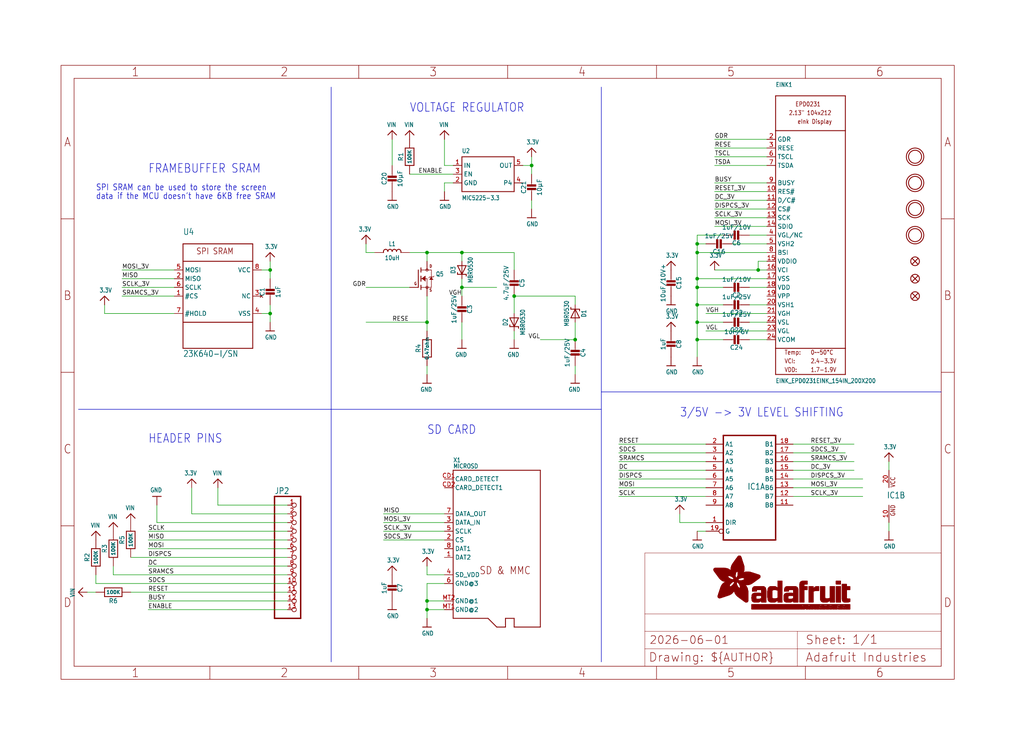
<source format=kicad_sch>
(kicad_sch (version 20230121) (generator eeschema)
  (paper "User" 298.45 217.322)
  (lib_symbols
    (symbol "working-eagle-import:3.3V" (power)
      (property "Value" "3.3V" (at -1.524 1.016 0))
      (symbol "3.3V_1_0"
        (pin power_in line (at 0 -2.54 90) (length 2.54) (name "3.3V") (number "1"))
      )
    )
    (symbol "working-eagle-import:74245TSSOP20"
      (property "Reference" "IC" (at -0.635 -0.635 0))
      (symbol "74245TSSOP20_1_0"
        (pin input line (at -12.7 -10.16 0) (length 5.08) (name "DIR") (number "1"))
        (pin bidirectional line (at 12.7 -5.08 180) (length 5.08) (name "B8") (number "11"))
        (pin bidirectional line (at 12.7 -2.54 180) (length 5.08) (name "B7") (number "12"))
        (pin bidirectional line (at 12.7 0 180) (length 5.08) (name "B6") (number "13"))
        (pin bidirectional line (at 12.7 2.54 180) (length 5.08) (name "B5") (number "14"))
        (pin bidirectional line (at 12.7 5.08 180) (length 5.08) (name "B4") (number "15"))
        (pin bidirectional line (at 12.7 7.62 180) (length 5.08) (name "B3") (number "16"))
        (pin bidirectional line (at 12.7 10.16 180) (length 5.08) (name "B2") (number "17"))
        (pin bidirectional line (at 12.7 12.7 180) (length 5.08) (name "B1") (number "18"))
        (pin input inverted (at -12.7 -12.7 0) (length 5.08) (name "G") (number "19"))
        (pin bidirectional line (at -12.7 12.7 0) (length 5.08) (name "A1") (number "2"))
        (pin bidirectional line (at -12.7 10.16 0) (length 5.08) (name "A2") (number "3"))
        (pin bidirectional line (at -12.7 7.62 0) (length 5.08) (name "A3") (number "4"))
        (pin bidirectional line (at -12.7 5.08 0) (length 5.08) (name "A4") (number "5"))
        (pin bidirectional line (at -12.7 2.54 0) (length 5.08) (name "A5") (number "6"))
        (pin bidirectional line (at -12.7 0 0) (length 5.08) (name "A6") (number "7"))
        (pin bidirectional line (at -12.7 -2.54 0) (length 5.08) (name "A7") (number "8"))
        (pin bidirectional line (at -12.7 -5.08 0) (length 5.08) (name "A8") (number "9"))
      )
      (symbol "74245TSSOP20_2_0"
        (text "GND" (at 1.905 -5.842 900) (effects (font (size 1.27 1.0795)) (justify left bottom)))
        (text "VCC" (at 1.905 2.54 900) (effects (font (size 1.27 1.0795)) (justify left bottom)))
        (pin power_in line (at 0 -7.62 90) (length 5.08) (name "GND") (number "10"))
        (pin power_in line (at 0 7.62 270) (length 5.08) (name "VCC") (number "20"))
      )
    )
    (symbol "working-eagle-import:CAP_CERAMIC0805-NOOUTLINE"
      (property "Reference" "C" (at -2.29 1.25 90))
      (symbol "CAP_CERAMIC0805-NOOUTLINE_1_0"
        (pin passive line (at 0 5.08 270) (length 2.54) (name "1") (number "1"))
        (pin passive line (at 0 -2.54 90) (length 2.54) (name "2") (number "2"))
      )
    )
    (symbol "working-eagle-import:CAP_CERAMIC0805_10MGAP"
      (property "Reference" "C" (at -2.29 1.25 90))
      (symbol "CAP_CERAMIC0805_10MGAP_1_0"
        (pin passive line (at 0 5.08 270) (length 2.54) (name "1") (number "1"))
        (pin passive line (at 0 -2.54 90) (length 2.54) (name "2") (number "2"))
      )
    )
    (symbol "working-eagle-import:DIODE-SCHOTTKYSOD-123"
      (property "Reference" "D" (at 0 2.54 0))
      (symbol "DIODE-SCHOTTKYSOD-123_1_0"
        (pin passive line (at -2.54 0 0) (length 2.54) (name "A") (number "A"))
        (pin passive line (at 2.54 0 180) (length 2.54) (name "C") (number "C"))
      )
    )
    (symbol "working-eagle-import:EINK_EPD0231EINK_154IN_200X200"
      (property "Reference" "EINK" (at -10.16 43.18 0))
      (symbol "EINK_EPD0231EINK_154IN_200X200_1_0"
        (text "0~~50°C" (at 0 -34.925 0) (effects (font (size 1.27 1.0795)) (justify left bottom)))
        (text "1.7-1.9V" (at 0 -40.005 0) (effects (font (size 1.27 1.0795)) (justify left bottom)))
        (text "2.13\" 104x212" (at -6.35 34.925 0) (effects (font (size 1.27 1.0795)) (justify left bottom)))
        (text "2.4-3.3V" (at 0 -37.465 0) (effects (font (size 1.27 1.0795)) (justify left bottom)))
        (text "eInk Display" (at -3.81 32.385 0) (effects (font (size 1.27 1.0795)) (justify left bottom)))
        (text "EPD0231" (at -4.445 37.465 0) (effects (font (size 1.27 1.0795)) (justify left bottom)))
        (text "Temp:" (at -7.62 -34.925 0) (effects (font (size 1.27 1.0795)) (justify left bottom)))
        (text "VCI:" (at -7.62 -37.465 0) (effects (font (size 1.27 1.0795)) (justify left bottom)))
        (text "VDD:" (at -7.62 -40.005 0) (effects (font (size 1.27 1.0795)) (justify left bottom)))
        (pin input line (at -12.7 12.7 0) (length 2.54) (name "RES#") (number "10"))
        (pin input line (at -12.7 10.16 0) (length 2.54) (name "D/C#") (number "11"))
        (pin input line (at -12.7 7.62 0) (length 2.54) (name "CS#") (number "12"))
        (pin bidirectional line (at -12.7 5.08 0) (length 2.54) (name "SCK") (number "13"))
        (pin bidirectional line (at -12.7 2.54 0) (length 2.54) (name "SDIO") (number "14"))
        (pin power_in line (at -12.7 -7.62 0) (length 2.54) (name "VDDIO") (number "15"))
        (pin power_in line (at -12.7 -10.16 0) (length 2.54) (name "VCI") (number "16"))
        (pin power_in line (at -12.7 -12.7 0) (length 2.54) (name "VSS") (number "17"))
        (pin passive line (at -12.7 -15.24 0) (length 2.54) (name "VDD") (number "18"))
        (pin passive line (at -12.7 -17.78 0) (length 2.54) (name "VPP") (number "19"))
        (pin output line (at -12.7 27.94 0) (length 2.54) (name "GDR") (number "2"))
        (pin passive line (at -12.7 -20.32 0) (length 2.54) (name "VSH1") (number "20"))
        (pin passive line (at -12.7 -22.86 0) (length 2.54) (name "VGH") (number "21"))
        (pin passive line (at -12.7 -25.4 0) (length 2.54) (name "VSL") (number "22"))
        (pin passive line (at -12.7 -27.94 0) (length 2.54) (name "VGL") (number "23"))
        (pin passive line (at -12.7 -30.48 0) (length 2.54) (name "VCOM") (number "24"))
        (pin input line (at -12.7 25.4 0) (length 2.54) (name "RESE") (number "3"))
        (pin bidirectional line (at -12.7 0 0) (length 2.54) (name "VGL/NC") (number "4"))
        (pin passive line (at -12.7 -2.54 0) (length 2.54) (name "VSH2") (number "5"))
        (pin output line (at -12.7 22.86 0) (length 2.54) (name "TSCL") (number "6"))
        (pin bidirectional line (at -12.7 20.32 0) (length 2.54) (name "TSDA") (number "7"))
        (pin input line (at -12.7 -5.08 0) (length 2.54) (name "BSI") (number "8"))
        (pin output line (at -12.7 15.24 0) (length 2.54) (name "BUSY") (number "9"))
      )
    )
    (symbol "working-eagle-import:FIDUCIAL_1MM")
    (symbol "working-eagle-import:FRAME_A4_ADAFRUIT"
      (symbol "FRAME_A4_ADAFRUIT_1_0"
        (text "${#}/${##}" (at 230.505 10.16 0) (effects (font (size 2.54 2.54)) (justify left bottom)))
        (text "${AUTHOR}" (at 189.23 5.08 0) (effects (font (size 2.286 2.286)) (justify left bottom)))
        (text "${CURRENT_DATE}" (at 171.45 10.16 0) (effects (font (size 2.286 2.286)) (justify left bottom)))
        (text "${PROJECTNAME}" (at 171.45 15.24 0) (effects (font (size 2.54 2.54)) (justify left bottom)))
        (text "1" (at 21.6958 1.905 0) (effects (font (size 2.54 2.286))))
        (text "1" (at 21.6958 177.165 0) (effects (font (size 2.54 2.286))))
        (text "2" (at 65.0875 1.905 0) (effects (font (size 2.54 2.286))))
        (text "2" (at 65.0875 177.165 0) (effects (font (size 2.54 2.286))))
        (text "3" (at 108.4792 1.905 0) (effects (font (size 2.54 2.286))))
        (text "3" (at 108.4792 177.165 0) (effects (font (size 2.54 2.286))))
        (text "4" (at 151.8708 1.905 0) (effects (font (size 2.54 2.286))))
        (text "4" (at 151.8708 177.165 0) (effects (font (size 2.54 2.286))))
        (text "5" (at 195.2625 1.905 0) (effects (font (size 2.54 2.286))))
        (text "5" (at 195.2625 177.165 0) (effects (font (size 2.54 2.286))))
        (text "6" (at 238.6542 1.905 0) (effects (font (size 2.54 2.286))))
        (text "6" (at 238.6542 177.165 0) (effects (font (size 2.54 2.286))))
        (text "A" (at 1.905 156.6863 0) (effects (font (size 2.54 2.286))))
        (text "A" (at 258.445 156.6863 0) (effects (font (size 2.54 2.286))))
        (text "Adafruit Industries" (at 216.916 4.953 0) (effects (font (size 2.54 2.54)) (justify left bottom)))
        (text "B" (at 1.905 111.9188 0) (effects (font (size 2.54 2.286))))
        (text "B" (at 258.445 111.9188 0) (effects (font (size 2.54 2.286))))
        (text "C" (at 1.905 67.1513 0) (effects (font (size 2.54 2.286))))
        (text "C" (at 258.445 67.1513 0) (effects (font (size 2.54 2.286))))
        (text "D" (at 1.905 22.3838 0) (effects (font (size 2.54 2.286))))
        (text "D" (at 258.445 22.3838 0) (effects (font (size 2.54 2.286))))
        (text "Drawing:" (at 171.196 4.953 0) (effects (font (size 2.54 2.54)) (justify left bottom)))
        (text "Sheet:" (at 216.916 10.033 0) (effects (font (size 2.54 2.54)) (justify left bottom)))
      )
    )
    (symbol "working-eagle-import:GND" (power)
      (property "Value" "GND" (at -1.524 -2.54 0))
      (symbol "GND_1_0"
        (pin power_in line (at 0 2.54 270) (length 2.54) (name "GND") (number "1"))
      )
    )
    (symbol "working-eagle-import:HEADER-1X13"
      (property "Reference" "JP" (at -6.35 18.415 0))
      (symbol "HEADER-1X13_1_0"
        (pin passive inverted (at -2.54 15.24 0) (length 2.54) (name "1") (number "1"))
        (pin passive inverted (at -2.54 -7.62 0) (length 2.54) (name "10") (number "10"))
        (pin passive inverted (at -2.54 -10.16 0) (length 2.54) (name "11") (number "11"))
        (pin passive inverted (at -2.54 -12.7 0) (length 2.54) (name "12") (number "12"))
        (pin passive inverted (at -2.54 -15.24 0) (length 2.54) (name "13") (number "13"))
        (pin passive inverted (at -2.54 12.7 0) (length 2.54) (name "2") (number "2"))
        (pin passive inverted (at -2.54 10.16 0) (length 2.54) (name "3") (number "3"))
        (pin passive inverted (at -2.54 7.62 0) (length 2.54) (name "4") (number "4"))
        (pin passive inverted (at -2.54 5.08 0) (length 2.54) (name "5") (number "5"))
        (pin passive inverted (at -2.54 2.54 0) (length 2.54) (name "6") (number "6"))
        (pin passive inverted (at -2.54 0 0) (length 2.54) (name "7") (number "7"))
        (pin passive inverted (at -2.54 -2.54 0) (length 2.54) (name "8") (number "8"))
        (pin passive inverted (at -2.54 -5.08 0) (length 2.54) (name "9") (number "9"))
      )
    )
    (symbol "working-eagle-import:INDUCTORNR401"
      (property "Reference" "L" (at 0 2.54 0))
      (symbol "INDUCTORNR401_1_0"
        (pin passive line (at -5.08 0 0) (length 2.54) (name "1") (number "P$1"))
        (pin passive line (at 5.08 0 180) (length 2.54) (name "2") (number "P$2"))
      )
    )
    (symbol "working-eagle-import:IRLML2060TRPBF"
      (property "Reference" "Q" (at 5.08 0.635 0))
      (symbol "IRLML2060TRPBF_1_0"
        (text "D" (at 3.175 3.175 0) (effects (font (size 0.8128 0.6908)) (justify left bottom)))
        (text "G" (at -1.27 -1.905 0) (effects (font (size 0.8128 0.6908)) (justify left bottom)))
        (text "S" (at 3.175 -3.81 0) (effects (font (size 0.8128 0.6908)) (justify left bottom)))
        (pin bidirectional line (at -2.54 -2.54 0) (length 2.54) (name "G") (number "1"))
        (pin bidirectional line (at 2.54 -5.08 90) (length 2.54) (name "S") (number "2"))
        (pin bidirectional line (at 2.54 5.08 270) (length 2.54) (name "D") (number "3"))
      )
    )
    (symbol "working-eagle-import:MICROSD"
      (property "Reference" "X" (at -12.7 22.606 0))
      (symbol "MICROSD_1_0"
        (text "SD & MMC" (at -5.08 -10.16 0) (effects (font (size 2.1844 1.8567)) (justify left bottom)))
        (pin bidirectional line (at -15.24 -5.08 0) (length 2.54) (name "DAT2") (number "1"))
        (pin input line (at -15.24 0 0) (length 2.54) (name "CS") (number "2"))
        (pin input line (at -15.24 5.08 0) (length 2.54) (name "DATA_IN") (number "3"))
        (pin power_in line (at -15.24 -10.16 0) (length 2.54) (name "SD_VDD") (number "4"))
        (pin input line (at -15.24 2.54 0) (length 2.54) (name "SCLK") (number "5"))
        (pin power_in line (at -15.24 -12.7 0) (length 2.54) (name "GND@3") (number "6"))
        (pin output line (at -15.24 7.62 0) (length 2.54) (name "DATA_OUT") (number "7"))
        (pin bidirectional line (at -15.24 -2.54 0) (length 2.54) (name "DAT1") (number "8"))
        (pin passive line (at -15.24 17.78 0) (length 2.54) (name "CARD_DETECT") (number "CD1"))
        (pin passive line (at -15.24 15.24 0) (length 2.54) (name "CARD_DETECT1") (number "CD2"))
        (pin power_in line (at -15.24 -20.32 0) (length 2.54) (name "GND@2") (number "MT1"))
        (pin power_in line (at -15.24 -17.78 0) (length 2.54) (name "GND@1") (number "MT2"))
      )
    )
    (symbol "working-eagle-import:MOUNTINGHOLE2.5")
    (symbol "working-eagle-import:RESISTOR0805_10MGAP"
      (property "Reference" "R" (at 0 2.54 0))
      (symbol "RESISTOR0805_10MGAP_1_0"
        (pin passive line (at -5.08 0 0) (length 2.54) (name "1") (number "1"))
        (pin passive line (at 5.08 0 180) (length 2.54) (name "2") (number "2"))
      )
    )
    (symbol "working-eagle-import:RESISTOR0805_NOOUTLINE"
      (property "Reference" "R" (at 0 2.54 0))
      (symbol "RESISTOR0805_NOOUTLINE_1_0"
        (pin passive line (at -5.08 0 0) (length 2.54) (name "1") (number "1"))
        (pin passive line (at 5.08 0 180) (length 2.54) (name "2") (number "2"))
      )
    )
    (symbol "working-eagle-import:SRAM_SPI_SOIC8"
      (property "Reference" "U" (at -10.16 17.78 0))
      (symbol "SRAM_SPI_SOIC8_1_0"
        (text "SPI SRAM" (at -6.35 12.065 0) (effects (font (size 1.778 1.5113)) (justify left bottom)))
        (pin input line (at -12.7 0 0) (length 2.54) (name "#CS") (number "1"))
        (pin output line (at -12.7 5.08 0) (length 2.54) (name "MISO") (number "2"))
        (pin no_connect line (at 12.7 0 180) (length 2.54) (name "NC") (number "3"))
        (pin power_in line (at 12.7 -5.08 180) (length 2.54) (name "VSS") (number "4"))
        (pin input line (at -12.7 7.62 0) (length 2.54) (name "MOSI") (number "5"))
        (pin input line (at -12.7 2.54 0) (length 2.54) (name "SCLK") (number "6"))
        (pin input line (at -12.7 -5.08 0) (length 2.54) (name "#HOLD") (number "7"))
        (pin power_in line (at 12.7 7.62 180) (length 2.54) (name "VCC") (number "8"))
      )
    )
    (symbol "working-eagle-import:VIN" (power)
      (property "Value" "VIN" (at -1.524 1.016 0))
      (symbol "VIN_1_0"
        (pin power_in line (at 0 -2.54 90) (length 2.54) (name "VIN") (number "1"))
      )
    )
    (symbol "working-eagle-import:VREG_SOT23-5"
      (property "Reference" "U" (at -7.62 6.096 0))
      (symbol "VREG_SOT23-5_1_0"
        (pin power_in line (at -10.16 2.54 0) (length 2.54) (name "IN") (number "1"))
        (pin power_in line (at -10.16 -2.54 0) (length 2.54) (name "GND") (number "2"))
        (pin input line (at -10.16 0 0) (length 2.54) (name "EN") (number "3"))
        (pin bidirectional line (at 10.16 -2.54 180) (length 2.54) (name "P4") (number "4"))
        (pin power_in line (at 10.16 2.54 180) (length 2.54) (name "OUT") (number "5"))
      )
    )
  )
  (junction (at 124.46 177.8))
  (junction (at 134.62 83.82))
  (junction (at 203.2 99.06))
  (junction (at 124.46 73.66))
  (junction (at 203.2 81.28))
  (junction (at 134.62 73.66))
  (junction (at 203.2 88.9))
  (junction (at 78.74 78.74))
  (junction (at 154.94 48.26))
  (junction (at 78.74 91.44))
  (junction (at 203.2 71.12))
  (junction (at 203.2 93.98))
  (junction (at 167.64 99.06))
  (junction (at 220.98 78.74))
  (junction (at 203.2 73.66))
  (junction (at 203.2 83.82))
  (junction (at 124.46 175.26))
  (junction (at 124.46 93.98))
  (junction (at 149.86 86.36))
  (wire (pts (xy 210.82 68.58) (xy 203.2 68.58)) (stroke (width 0.1524)))
  (wire (pts (xy 223.52 53.34) (xy 208.28 53.34)) (stroke (width 0.1524)))
  (wire (pts (xy 203.2 81.28) (xy 203.2 73.66)) (stroke (width 0.1524)))
  (wire (pts (xy 124.46 167.64) (xy 124.46 165.1)) (stroke (width 0.1524)))
  (wire (pts (xy 132.08 48.26) (xy 129.54 48.26)) (stroke (width 0.1524)))
  (wire (pts (xy 259.08 154.94) (xy 259.08 152.4)) (stroke (width 0.1524)))
  (wire (pts (xy 129.54 48.26) (xy 129.54 40.64)) (stroke (width 0.1524)))
  (polyline (pts (xy 96.52 119.38) (xy 96.52 193.04)) (stroke (width 0.1524) (type solid)))
  (wire (pts (xy 76.2 91.44) (xy 78.74 91.44)) (stroke (width 0.1524)))
  (wire (pts (xy 83.82 162.56) (xy 38.1 162.56)) (stroke (width 0.1524)))
  (wire (pts (xy 45.72 152.4) (xy 83.82 152.4)) (stroke (width 0.1524)))
  (wire (pts (xy 220.98 76.2) (xy 220.98 78.74)) (stroke (width 0.1524)))
  (wire (pts (xy 223.52 71.12) (xy 213.36 71.12)) (stroke (width 0.1524)))
  (wire (pts (xy 132.08 50.8) (xy 119.38 50.8)) (stroke (width 0.1524)))
  (wire (pts (xy 167.64 88.9) (xy 167.64 86.36)) (stroke (width 0.1524)))
  (wire (pts (xy 205.74 137.16) (xy 180.34 137.16)) (stroke (width 0.1524)))
  (wire (pts (xy 203.2 93.98) (xy 203.2 88.9)) (stroke (width 0.1524)))
  (wire (pts (xy 129.54 149.86) (xy 111.76 149.86)) (stroke (width 0.1524)))
  (wire (pts (xy 83.82 154.94) (xy 43.18 154.94)) (stroke (width 0.1524)))
  (wire (pts (xy 129.54 175.26) (xy 124.46 175.26)) (stroke (width 0.1524)))
  (wire (pts (xy 124.46 109.22) (xy 124.46 106.68)) (stroke (width 0.1524)))
  (wire (pts (xy 203.2 73.66) (xy 203.2 71.12)) (stroke (width 0.1524)))
  (wire (pts (xy 83.82 170.18) (xy 27.94 170.18)) (stroke (width 0.1524)))
  (wire (pts (xy 259.08 134.62) (xy 259.08 137.16)) (stroke (width 0.1524)))
  (wire (pts (xy 218.44 93.98) (xy 223.52 93.98)) (stroke (width 0.1524)))
  (wire (pts (xy 63.5 147.32) (xy 83.82 147.32)) (stroke (width 0.1524)))
  (wire (pts (xy 167.64 86.36) (xy 149.86 86.36)) (stroke (width 0.1524)))
  (wire (pts (xy 223.52 81.28) (xy 203.2 81.28)) (stroke (width 0.1524)))
  (wire (pts (xy 78.74 78.74) (xy 78.74 76.2)) (stroke (width 0.1524)))
  (wire (pts (xy 124.46 96.52) (xy 124.46 93.98)) (stroke (width 0.1524)))
  (wire (pts (xy 223.52 66.04) (xy 208.28 66.04)) (stroke (width 0.1524)))
  (wire (pts (xy 231.14 139.7) (xy 251.46 139.7)) (stroke (width 0.1524)))
  (wire (pts (xy 210.82 93.98) (xy 203.2 93.98)) (stroke (width 0.1524)))
  (wire (pts (xy 220.98 78.74) (xy 223.52 78.74)) (stroke (width 0.1524)))
  (wire (pts (xy 134.62 86.36) (xy 134.62 83.82)) (stroke (width 0.1524)))
  (wire (pts (xy 208.28 43.18) (xy 223.52 43.18)) (stroke (width 0.1524)))
  (wire (pts (xy 78.74 78.74) (xy 78.74 81.28)) (stroke (width 0.1524)))
  (wire (pts (xy 203.2 154.94) (xy 205.74 154.94)) (stroke (width 0.1524)))
  (wire (pts (xy 208.28 48.26) (xy 223.52 48.26)) (stroke (width 0.1524)))
  (wire (pts (xy 144.78 83.82) (xy 134.62 83.82)) (stroke (width 0.1524)))
  (wire (pts (xy 203.2 68.58) (xy 203.2 71.12)) (stroke (width 0.1524)))
  (wire (pts (xy 223.52 96.52) (xy 205.74 96.52)) (stroke (width 0.1524)))
  (wire (pts (xy 223.52 91.44) (xy 205.74 91.44)) (stroke (width 0.1524)))
  (wire (pts (xy 231.14 129.54) (xy 248.92 129.54)) (stroke (width 0.1524)))
  (wire (pts (xy 210.82 99.06) (xy 203.2 99.06)) (stroke (width 0.1524)))
  (wire (pts (xy 208.28 63.5) (xy 223.52 63.5)) (stroke (width 0.1524)))
  (wire (pts (xy 33.02 167.64) (xy 33.02 165.1)) (stroke (width 0.1524)))
  (wire (pts (xy 208.28 60.96) (xy 223.52 60.96)) (stroke (width 0.1524)))
  (wire (pts (xy 129.54 53.34) (xy 129.54 55.88)) (stroke (width 0.1524)))
  (wire (pts (xy 124.46 76.2) (xy 124.46 73.66)) (stroke (width 0.1524)))
  (wire (pts (xy 124.46 177.8) (xy 124.46 180.34)) (stroke (width 0.1524)))
  (wire (pts (xy 83.82 160.02) (xy 43.18 160.02)) (stroke (width 0.1524)))
  (wire (pts (xy 63.5 147.32) (xy 63.5 142.24)) (stroke (width 0.1524)))
  (wire (pts (xy 134.62 81.28) (xy 134.62 83.82)) (stroke (width 0.1524)))
  (wire (pts (xy 223.52 40.64) (xy 208.28 40.64)) (stroke (width 0.1524)))
  (wire (pts (xy 149.86 73.66) (xy 149.86 78.74)) (stroke (width 0.1524)))
  (wire (pts (xy 223.52 58.42) (xy 208.28 58.42)) (stroke (width 0.1524)))
  (wire (pts (xy 78.74 88.9) (xy 78.74 91.44)) (stroke (width 0.1524)))
  (wire (pts (xy 50.8 81.28) (xy 35.56 81.28)) (stroke (width 0.1524)))
  (wire (pts (xy 78.74 91.44) (xy 78.74 93.98)) (stroke (width 0.1524)))
  (wire (pts (xy 205.74 129.54) (xy 180.34 129.54)) (stroke (width 0.1524)))
  (wire (pts (xy 106.68 83.82) (xy 119.38 83.82)) (stroke (width 0.1524)))
  (wire (pts (xy 203.2 88.9) (xy 203.2 83.82)) (stroke (width 0.1524)))
  (wire (pts (xy 218.44 88.9) (xy 223.52 88.9)) (stroke (width 0.1524)))
  (wire (pts (xy 124.46 73.66) (xy 134.62 73.66)) (stroke (width 0.1524)))
  (wire (pts (xy 210.82 88.9) (xy 203.2 88.9)) (stroke (width 0.1524)))
  (wire (pts (xy 149.86 96.52) (xy 149.86 99.06)) (stroke (width 0.1524)))
  (wire (pts (xy 157.48 99.06) (xy 167.64 99.06)) (stroke (width 0.1524)))
  (wire (pts (xy 124.46 93.98) (xy 106.68 93.98)) (stroke (width 0.1524)))
  (polyline (pts (xy 175.26 119.38) (xy 175.26 193.04)) (stroke (width 0.1524) (type solid)))
  (wire (pts (xy 223.52 76.2) (xy 220.98 76.2)) (stroke (width 0.1524)))
  (wire (pts (xy 30.48 91.44) (xy 30.48 88.9)) (stroke (width 0.1524)))
  (wire (pts (xy 205.74 142.24) (xy 180.34 142.24)) (stroke (width 0.1524)))
  (wire (pts (xy 129.54 157.48) (xy 111.76 157.48)) (stroke (width 0.1524)))
  (wire (pts (xy 149.86 91.44) (xy 149.86 86.36)) (stroke (width 0.1524)))
  (wire (pts (xy 205.74 134.62) (xy 180.34 134.62)) (stroke (width 0.1524)))
  (wire (pts (xy 111.76 154.94) (xy 129.54 154.94)) (stroke (width 0.1524)))
  (wire (pts (xy 134.62 93.98) (xy 134.62 99.06)) (stroke (width 0.1524)))
  (wire (pts (xy 220.98 78.74) (xy 208.28 78.74)) (stroke (width 0.1524)))
  (wire (pts (xy 124.46 170.18) (xy 124.46 175.26)) (stroke (width 0.1524)))
  (wire (pts (xy 43.18 175.26) (xy 83.82 175.26)) (stroke (width 0.1524)))
  (wire (pts (xy 27.94 172.72) (xy 25.4 172.72)) (stroke (width 0.1524)))
  (wire (pts (xy 231.14 144.78) (xy 251.46 144.78)) (stroke (width 0.1524)))
  (wire (pts (xy 134.62 73.66) (xy 134.62 76.2)) (stroke (width 0.1524)))
  (wire (pts (xy 203.2 104.14) (xy 203.2 99.06)) (stroke (width 0.1524)))
  (wire (pts (xy 223.52 68.58) (xy 218.44 68.58)) (stroke (width 0.1524)))
  (wire (pts (xy 231.14 137.16) (xy 248.92 137.16)) (stroke (width 0.1524)))
  (wire (pts (xy 50.8 91.44) (xy 30.48 91.44)) (stroke (width 0.1524)))
  (wire (pts (xy 45.72 147.32) (xy 45.72 152.4)) (stroke (width 0.1524)))
  (wire (pts (xy 129.54 167.64) (xy 124.46 167.64)) (stroke (width 0.1524)))
  (wire (pts (xy 83.82 167.64) (xy 33.02 167.64)) (stroke (width 0.1524)))
  (wire (pts (xy 231.14 134.62) (xy 248.92 134.62)) (stroke (width 0.1524)))
  (wire (pts (xy 154.94 48.26) (xy 154.94 45.72)) (stroke (width 0.1524)))
  (wire (pts (xy 152.4 48.26) (xy 154.94 48.26)) (stroke (width 0.1524)))
  (wire (pts (xy 203.2 71.12) (xy 205.74 71.12)) (stroke (width 0.1524)))
  (wire (pts (xy 35.56 86.36) (xy 50.8 86.36)) (stroke (width 0.1524)))
  (wire (pts (xy 106.68 71.12) (xy 106.68 73.66)) (stroke (width 0.1524)))
  (wire (pts (xy 180.34 139.7) (xy 205.74 139.7)) (stroke (width 0.1524)))
  (wire (pts (xy 132.08 53.34) (xy 129.54 53.34)) (stroke (width 0.1524)))
  (wire (pts (xy 35.56 83.82) (xy 50.8 83.82)) (stroke (width 0.1524)))
  (wire (pts (xy 134.62 73.66) (xy 149.86 73.66)) (stroke (width 0.1524)))
  (wire (pts (xy 223.52 73.66) (xy 203.2 73.66)) (stroke (width 0.1524)))
  (wire (pts (xy 83.82 149.86) (xy 55.88 149.86)) (stroke (width 0.1524)))
  (wire (pts (xy 35.56 78.74) (xy 50.8 78.74)) (stroke (width 0.1524)))
  (polyline (pts (xy 175.26 114.3) (xy 274.32 114.3)) (stroke (width 0.1524) (type solid)))
  (wire (pts (xy 27.94 170.18) (xy 27.94 167.64)) (stroke (width 0.1524)))
  (wire (pts (xy 124.46 86.36) (xy 124.46 93.98)) (stroke (width 0.1524)))
  (wire (pts (xy 231.14 132.08) (xy 246.38 132.08)) (stroke (width 0.1524)))
  (wire (pts (xy 111.76 152.4) (xy 129.54 152.4)) (stroke (width 0.1524)))
  (wire (pts (xy 203.2 99.06) (xy 203.2 93.98)) (stroke (width 0.1524)))
  (wire (pts (xy 114.3 40.64) (xy 114.3 48.26)) (stroke (width 0.1524)))
  (wire (pts (xy 208.28 55.88) (xy 223.52 55.88)) (stroke (width 0.1524)))
  (wire (pts (xy 55.88 149.86) (xy 55.88 142.24)) (stroke (width 0.1524)))
  (polyline (pts (xy 96.52 119.38) (xy 175.26 119.38)) (stroke (width 0.1524) (type solid)))
  (polyline (pts (xy 175.26 25.4) (xy 175.26 114.3)) (stroke (width 0.1524) (type solid)))
  (wire (pts (xy 208.28 45.72) (xy 223.52 45.72)) (stroke (width 0.1524)))
  (wire (pts (xy 205.74 132.08) (xy 180.34 132.08)) (stroke (width 0.1524)))
  (polyline (pts (xy 175.26 114.3) (xy 175.26 119.38)) (stroke (width 0.1524) (type solid)))
  (wire (pts (xy 124.46 175.26) (xy 124.46 177.8)) (stroke (width 0.1524)))
  (wire (pts (xy 198.12 152.4) (xy 198.12 149.86)) (stroke (width 0.1524)))
  (wire (pts (xy 231.14 142.24) (xy 251.46 142.24)) (stroke (width 0.1524)))
  (wire (pts (xy 223.52 83.82) (xy 218.44 83.82)) (stroke (width 0.1524)))
  (wire (pts (xy 218.44 99.06) (xy 223.52 99.06)) (stroke (width 0.1524)))
  (wire (pts (xy 124.46 73.66) (xy 119.38 73.66)) (stroke (width 0.1524)))
  (polyline (pts (xy 96.52 25.4) (xy 96.52 119.38)) (stroke (width 0.1524) (type solid)))
  (wire (pts (xy 83.82 177.8) (xy 43.18 177.8)) (stroke (width 0.1524)))
  (wire (pts (xy 167.64 99.06) (xy 167.64 93.98)) (stroke (width 0.1524)))
  (wire (pts (xy 205.74 152.4) (xy 198.12 152.4)) (stroke (width 0.1524)))
  (wire (pts (xy 180.34 144.78) (xy 205.74 144.78)) (stroke (width 0.1524)))
  (wire (pts (xy 43.18 165.1) (xy 83.82 165.1)) (stroke (width 0.1524)))
  (wire (pts (xy 129.54 177.8) (xy 124.46 177.8)) (stroke (width 0.1524)))
  (wire (pts (xy 38.1 172.72) (xy 83.82 172.72)) (stroke (width 0.1524)))
  (wire (pts (xy 106.68 73.66) (xy 109.22 73.66)) (stroke (width 0.1524)))
  (wire (pts (xy 76.2 78.74) (xy 78.74 78.74)) (stroke (width 0.1524)))
  (wire (pts (xy 203.2 83.82) (xy 203.2 81.28)) (stroke (width 0.1524)))
  (wire (pts (xy 83.82 157.48) (xy 43.18 157.48)) (stroke (width 0.1524)))
  (wire (pts (xy 129.54 170.18) (xy 124.46 170.18)) (stroke (width 0.1524)))
  (wire (pts (xy 154.94 58.42) (xy 154.94 60.96)) (stroke (width 0.1524)))
  (wire (pts (xy 210.82 83.82) (xy 203.2 83.82)) (stroke (width 0.1524)))
  (polyline (pts (xy 22.86 119.38) (xy 96.52 119.38)) (stroke (width 0.1524) (type solid)))
  (wire (pts (xy 167.64 109.22) (xy 167.64 106.68)) (stroke (width 0.1524)))
  (wire (pts (xy 154.94 48.26) (xy 154.94 50.8)) (stroke (width 0.1524)))
  (text "SD CARD" (at 124.46 127 0) (effects (font (size 2.54 2.159)) (justify left bottom)))
  (text "3/5V -> 3V LEVEL SHIFTING" (at 198.12 121.92 0) (effects (font (size 2.54 2.159)) (justify left bottom)))
  (text "data if the MCU doesn't have 6KB free SRAM" (at 27.94 58.42 0) (effects (font (size 1.778 1.5113)) (justify left bottom)))
  (text "VOLTAGE REGULATOR" (at 119.38 33.02 0) (effects (font (size 2.54 2.159)) (justify left bottom)))
  (text "SPI SRAM can be used to store the screen" (at 27.94 55.88 0) (effects (font (size 1.778 1.5113)) (justify left bottom)))
  (text "FRAMEBUFFER SRAM" (at 43.18 50.8 0) (effects (font (size 2.54 2.159)) (justify left bottom)))
  (text "HEADER PINS" (at 43.18 129.54 0) (effects (font (size 2.54 2.159)) (justify left bottom)))
  (label "DC_3V" (at 208.28 58.42 0) (effects (font (size 1.2446 1.2446))))
  (label "DISPCS_3V" (at 236.22 139.7 0) (effects (font (size 1.2446 1.2446))))
  (label "RESET" (at 43.18 172.72 0) (effects (font (size 1.2446 1.2446))))
  (label "TSCL" (at 208.28 45.72 0) (effects (font (size 1.2446 1.2446))))
  (label "MOSI" (at 43.18 160.02 0) (effects (font (size 1.2446 1.2446))))
  (label "MOSI_3V" (at 208.28 66.04 0) (effects (font (size 1.2446 1.2446))))
  (label "SCLK_3V" (at 35.56 83.82 0) (effects (font (size 1.2446 1.2446))))
  (label "RESET_3V" (at 208.28 55.88 0) (effects (font (size 1.2446 1.2446))))
  (label "VGL" (at 205.74 96.52 0) (effects (font (size 1.2446 1.2446))))
  (label "ENABLE" (at 121.92 50.8 0) (effects (font (size 1.2446 1.2446))))
  (label "BUSY" (at 208.28 53.34 0) (effects (font (size 1.2446 1.2446))))
  (label "VGH" (at 205.74 91.44 0) (effects (font (size 1.2446 1.2446))))
  (label "SRAMCS" (at 180.34 134.62 0) (effects (font (size 1.2446 1.2446))))
  (label "RESET" (at 180.34 129.54 0) (effects (font (size 1.2446 1.2446))))
  (label "RESE" (at 114.3 93.98 0) (effects (font (size 1.2446 1.2446))))
  (label "RESET_3V" (at 236.22 129.54 0) (effects (font (size 1.2446 1.2446))))
  (label "VGH" (at 134.62 86.36 180) (effects (font (size 1.2446 1.2446))))
  (label "SRAMCS_3V" (at 35.56 86.36 0) (effects (font (size 1.2446 1.2446))))
  (label "SCLK_3V" (at 236.22 144.78 0) (effects (font (size 1.2446 1.2446))))
  (label "TSDA" (at 208.28 48.26 0) (effects (font (size 1.2446 1.2446))))
  (label "SDCS" (at 43.18 170.18 0) (effects (font (size 1.2446 1.2446))))
  (label "SRAMCS_3V" (at 236.22 134.62 0) (effects (font (size 1.2446 1.2446))))
  (label "MOSI_3V" (at 111.76 152.4 0) (effects (font (size 1.2446 1.2446))))
  (label "GDR" (at 208.28 40.64 0) (effects (font (size 1.2446 1.2446))))
  (label "SDCS_3V" (at 111.76 157.48 0) (effects (font (size 1.2446 1.2446))))
  (label "ENABLE" (at 43.18 177.8 0) (effects (font (size 1.2446 1.2446))))
  (label "SDCS" (at 180.34 132.08 0) (effects (font (size 1.2446 1.2446))))
  (label "DC" (at 180.34 137.16 0) (effects (font (size 1.2446 1.2446))))
  (label "RESE" (at 208.28 43.18 0) (effects (font (size 1.2446 1.2446))))
  (label "MOSI" (at 180.34 142.24 0) (effects (font (size 1.2446 1.2446))))
  (label "MOSI_3V" (at 35.56 78.74 0) (effects (font (size 1.2446 1.2446))))
  (label "GDR" (at 106.68 83.82 180) (effects (font (size 1.2446 1.2446))))
  (label "DISPCS_3V" (at 208.28 60.96 0) (effects (font (size 1.2446 1.2446))))
  (label "MISO" (at 111.76 149.86 0) (effects (font (size 1.2446 1.2446))))
  (label "DISPCS" (at 180.34 139.7 0) (effects (font (size 1.2446 1.2446))))
  (label "MISO" (at 35.56 81.28 0) (effects (font (size 1.2446 1.2446))))
  (label "MISO" (at 43.18 157.48 0) (effects (font (size 1.2446 1.2446))))
  (label "SCLK_3V" (at 111.76 154.94 0) (effects (font (size 1.2446 1.2446))))
  (label "SRAMCS" (at 43.18 167.64 0) (effects (font (size 1.2446 1.2446))))
  (label "VGL" (at 157.48 99.06 180) (effects (font (size 1.2446 1.2446))))
  (label "BUSY" (at 43.18 175.26 0) (effects (font (size 1.2446 1.2446))))
  (label "MOSI_3V" (at 236.22 142.24 0) (effects (font (size 1.2446 1.2446))))
  (label "SCLK" (at 180.34 144.78 0) (effects (font (size 1.2446 1.2446))))
  (label "SCLK" (at 43.18 154.94 0) (effects (font (size 1.2446 1.2446))))
  (label "DC_3V" (at 236.22 137.16 0) (effects (font (size 1.2446 1.2446))))
  (label "SDCS_3V" (at 236.22 132.08 0) (effects (font (size 1.2446 1.2446))))
  (label "DC" (at 43.18 165.1 0) (effects (font (size 1.2446 1.2446))))
  (label "DISPCS" (at 43.18 162.56 0) (effects (font (size 1.2446 1.2446))))
  (label "SCLK_3V" (at 208.28 63.5 0) (effects (font (size 1.2446 1.2446))))
  (symbol (lib_id "working-eagle-import:3.3V") (at 30.48 86.36 0) (unit 1)
    (property "Reference" "#U$26" (effects hide))
    (property "Value" "3.3V" (at 28.956 85.344 0) (effects (font (size 1.27 1.0795)) (justify left bottom)))
  )
  (symbol (lib_id "working-eagle-import:MICROSD") (at 144.78 157.48 0) (unit 1)
    (property "Reference" "X1" (at 132.08 134.874 0) (effects (font (size 1.27 1.0795)) (justify left bottom)))
    (property "Value" "MICROSD" (at 132.08 136.652 0) (effects (font (size 1.27 1.0795)) (justify left bottom)))
    (property "Footprint" "working:MICROSD" (effects hide))
  )
  (symbol (lib_id "working-eagle-import:CAP_CERAMIC0805-NOOUTLINE") (at 215.9 68.58 90) (unit 1)
    (property "Reference" "C6" (at 214.65 70.87 90))
    (property "Value" "1uF/10V" (at 214.65 66.28 90))
    (property "Footprint" "working:0805-NO" (effects hide))
  )
  (symbol (lib_id "working-eagle-import:FIDUCIAL_1MM") (at 266.7 81.28 90) (unit 1)
    (property "Reference" "FID1" (effects hide))
    (property "Value" "FIDUCIAL_1MM" (effects hide))
    (property "Footprint" "working:FIDUCIAL_1MM" (effects hide))
  )
  (symbol (lib_id "working-eagle-import:VIN") (at 33.02 152.4 0) (unit 1)
    (property "Reference" "#U$34" (effects hide))
    (property "Value" "VIN" (at 31.496 151.384 0) (effects (font (size 1.27 1.0795)) (justify left bottom)))
  )
  (symbol (lib_id "working-eagle-import:SRAM_SPI_SOIC8") (at 63.5 86.36 0) (unit 1)
    (property "Reference" "U4" (at 53.34 68.58 0) (effects (font (size 1.778 1.5113)) (justify left bottom)))
    (property "Value" "23K640-I/SN" (at 53.34 104.14 0) (effects (font (size 1.778 1.5113)) (justify left bottom)))
    (property "Footprint" "working:SOIC8_150MIL" (effects hide))
  )
  (symbol (lib_id "working-eagle-import:VIN") (at 63.5 139.7 0) (unit 1)
    (property "Reference" "#U$8" (effects hide))
    (property "Value" "VIN" (at 61.976 138.684 0) (effects (font (size 1.27 1.0795)) (justify left bottom)))
  )
  (symbol (lib_id "working-eagle-import:CAP_CERAMIC0805-NOOUTLINE") (at 195.58 81.28 180) (unit 1)
    (property "Reference" "C15" (at 197.87 82.53 90))
    (property "Value" "10uF/10V+" (at 193.28 82.53 90))
    (property "Footprint" "working:0805-NO" (effects hide))
  )
  (symbol (lib_id "working-eagle-import:3.3V") (at 208.28 76.2 0) (unit 1)
    (property "Reference" "#U$36" (effects hide))
    (property "Value" "3.3V" (at 206.756 75.184 0) (effects (font (size 1.27 1.0795)) (justify left bottom)))
  )
  (symbol (lib_id "working-eagle-import:MOUNTINGHOLE2.5") (at 266.7 60.96 90) (unit 1)
    (property "Reference" "U$5" (effects hide))
    (property "Value" "MOUNTINGHOLE2.5" (effects hide))
    (property "Footprint" "working:MOUNTINGHOLE_2.5_PLATED" (effects hide))
  )
  (symbol (lib_id "working-eagle-import:RESISTOR0805_10MGAP") (at 124.46 101.6 90) (mirror x) (unit 1)
    (property "Reference" "R4" (at 121.92 101.6 0))
    (property "Value" "0.47ohm" (at 124.46 101.6 0) (effects (font (size 1.016 1.016) bold)))
    (property "Footprint" "working:0805_10MGAP" (effects hide))
  )
  (symbol (lib_id "working-eagle-import:GND") (at 154.94 63.5 0) (unit 1)
    (property "Reference" "#U$23" (effects hide))
    (property "Value" "GND" (at 153.416 66.04 0) (effects (font (size 1.27 1.0795)) (justify left bottom)))
  )
  (symbol (lib_id "working-eagle-import:74245TSSOP20") (at 259.08 144.78 0) (unit 2)
    (property "Reference" "IC1" (at 258.445 145.415 0) (effects (font (size 1.778 1.5113)) (justify left bottom)))
    (property "Value" "74245TSSOP20" (effects hide))
    (property "Footprint" "working:TSSOP20" (effects hide))
  )
  (symbol (lib_id "working-eagle-import:RESISTOR0805_NOOUTLINE") (at 33.02 172.72 180) (unit 1)
    (property "Reference" "R6" (at 33.02 175.26 0))
    (property "Value" "100K" (at 33.02 172.72 0) (effects (font (size 1.016 1.016) bold)))
    (property "Footprint" "working:0805-NO" (effects hide))
  )
  (symbol (lib_id "working-eagle-import:3.3V") (at 114.3 165.1 0) (unit 1)
    (property "Reference" "#U$40" (effects hide))
    (property "Value" "3.3V" (at 112.776 164.084 0) (effects (font (size 1.27 1.0795)) (justify left bottom)))
  )
  (symbol (lib_id "working-eagle-import:MOUNTINGHOLE2.5") (at 266.7 68.58 90) (unit 1)
    (property "Reference" "U$6" (effects hide))
    (property "Value" "MOUNTINGHOLE2.5" (effects hide))
    (property "Footprint" "working:MOUNTINGHOLE_2.5_PLATED" (effects hide))
  )
  (symbol (lib_id "working-eagle-import:DIODE-SCHOTTKYSOD-123") (at 134.62 78.74 90) (mirror x) (unit 1)
    (property "Reference" "D3" (at 132.08 78.74 0) (effects (font (size 1.27 1.0795))))
    (property "Value" "MBR0530" (at 137.12 78.74 0) (effects (font (size 1.27 1.0795))))
    (property "Footprint" "working:SOD-123" (effects hide))
  )
  (symbol (lib_id "working-eagle-import:GND") (at 78.74 96.52 0) (unit 1)
    (property "Reference" "#U$25" (effects hide))
    (property "Value" "GND" (at 77.216 99.06 0) (effects (font (size 1.27 1.0795)) (justify left bottom)))
  )
  (symbol (lib_id "working-eagle-import:CAP_CERAMIC0805-NOOUTLINE") (at 134.62 91.44 0) (mirror y) (unit 1)
    (property "Reference" "C3" (at 136.91 90.19 90))
    (property "Value" "1uF/25V" (at 132.32 90.19 90))
    (property "Footprint" "working:0805-NO" (effects hide))
  )
  (symbol (lib_id "working-eagle-import:GND") (at 124.46 111.76 0) (mirror y) (unit 1)
    (property "Reference" "#U$10" (effects hide))
    (property "Value" "GND" (at 125.984 114.3 0) (effects (font (size 1.27 1.0795)) (justify left bottom)))
  )
  (symbol (lib_id "working-eagle-import:VIN") (at 38.1 149.86 0) (unit 1)
    (property "Reference" "#U$18" (effects hide))
    (property "Value" "VIN" (at 36.576 148.844 0) (effects (font (size 1.27 1.0795)) (justify left bottom)))
  )
  (symbol (lib_id "working-eagle-import:3.3V") (at 154.94 43.18 0) (unit 1)
    (property "Reference" "#U$20" (effects hide))
    (property "Value" "3.3V" (at 153.416 42.164 0) (effects (font (size 1.27 1.0795)) (justify left bottom)))
  )
  (symbol (lib_id "working-eagle-import:CAP_CERAMIC0805-NOOUTLINE") (at 215.9 83.82 90) (unit 1)
    (property "Reference" "C2" (at 214.65 86.11 90))
    (property "Value" "1uF/10V" (at 214.65 81.52 90))
    (property "Footprint" "working:0805-NO" (effects hide))
  )
  (symbol (lib_id "working-eagle-import:GND") (at 129.54 58.42 0) (unit 1)
    (property "Reference" "#U$22" (effects hide))
    (property "Value" "GND" (at 128.016 60.96 0) (effects (font (size 1.27 1.0795)) (justify left bottom)))
  )
  (symbol (lib_id "working-eagle-import:VIN") (at 22.86 172.72 90) (unit 1)
    (property "Reference" "#U$19" (effects hide))
    (property "Value" "VIN" (at 21.844 174.244 0) (effects (font (size 1.27 1.0795)) (justify left bottom)))
  )
  (symbol (lib_id "working-eagle-import:3.3V") (at 259.08 132.08 0) (unit 1)
    (property "Reference" "#U$2" (effects hide))
    (property "Value" "3.3V" (at 257.556 131.064 0) (effects (font (size 1.27 1.0795)) (justify left bottom)))
  )
  (symbol (lib_id "working-eagle-import:RESISTOR0805_NOOUTLINE") (at 38.1 157.48 90) (unit 1)
    (property "Reference" "R5" (at 35.56 157.48 0))
    (property "Value" "100K" (at 38.1 157.48 0) (effects (font (size 1.016 1.016) bold)))
    (property "Footprint" "working:0805-NO" (effects hide))
  )
  (symbol (lib_id "working-eagle-import:IRLML2060TRPBF") (at 121.92 81.28 0) (unit 1)
    (property "Reference" "Q5" (at 127 80.645 0) (effects (font (size 1.27 1.0795)) (justify left bottom)))
    (property "Value" "IRLML2060TRPBF" (effects hide))
    (property "Footprint" "working:SOT23-3" (effects hide))
  )
  (symbol (lib_id "working-eagle-import:CAP_CERAMIC0805-NOOUTLINE") (at 114.3 172.72 0) (mirror y) (unit 1)
    (property "Reference" "C7" (at 116.59 171.47 90))
    (property "Value" "1uF" (at 112 171.47 90))
    (property "Footprint" "working:0805-NO" (effects hide))
  )
  (symbol (lib_id "working-eagle-import:EINK_EPD0231EINK_154IN_200X200") (at 236.22 68.58 0) (unit 1)
    (property "Reference" "EINK1" (at 226.06 25.4 0) (effects (font (size 1.27 1.0795)) (justify left bottom)))
    (property "Value" "EINK_EPD0231EINK_154IN_200X200" (at 226.06 111.76 0) (effects (font (size 1.27 1.0795)) (justify left bottom)))
    (property "Footprint" "working:EINK_154IN" (effects hide))
  )
  (symbol (lib_id "working-eagle-import:3.3V") (at 198.12 147.32 0) (unit 1)
    (property "Reference" "#U$35" (effects hide))
    (property "Value" "3.3V" (at 196.596 146.304 0) (effects (font (size 1.27 1.0795)) (justify left bottom)))
  )
  (symbol (lib_id "working-eagle-import:MOUNTINGHOLE2.5") (at 266.7 53.34 90) (unit 1)
    (property "Reference" "U$4" (effects hide))
    (property "Value" "MOUNTINGHOLE2.5" (effects hide))
    (property "Footprint" "working:MOUNTINGHOLE_2.5_PLATED" (effects hide))
  )
  (symbol (lib_id "working-eagle-import:3.3V") (at 106.68 68.58 0) (mirror y) (unit 1)
    (property "Reference" "#U$13" (effects hide))
    (property "Value" "3.3V" (at 108.204 67.564 0) (effects (font (size 1.27 1.0795)) (justify left bottom)))
  )
  (symbol (lib_id "working-eagle-import:CAP_CERAMIC0805-NOOUTLINE") (at 195.58 101.6 0) (mirror y) (unit 1)
    (property "Reference" "C8" (at 197.87 100.35 90))
    (property "Value" "1uF" (at 193.28 100.35 90))
    (property "Footprint" "working:0805-NO" (effects hide))
  )
  (symbol (lib_id "working-eagle-import:RESISTOR0805_NOOUTLINE") (at 33.02 160.02 90) (unit 1)
    (property "Reference" "R3" (at 30.48 160.02 0))
    (property "Value" "100K" (at 33.02 160.02 0) (effects (font (size 1.016 1.016) bold)))
    (property "Footprint" "working:0805-NO" (effects hide))
  )
  (symbol (lib_id "working-eagle-import:3.3V") (at 55.88 139.7 0) (mirror y) (unit 1)
    (property "Reference" "#U$27" (effects hide))
    (property "Value" "3.3V" (at 57.404 138.684 0) (effects (font (size 1.27 1.0795)) (justify left bottom)))
  )
  (symbol (lib_id "working-eagle-import:3.3V") (at 124.46 162.56 0) (unit 1)
    (property "Reference" "#U$31" (effects hide))
    (property "Value" "3.3V" (at 122.936 161.544 0) (effects (font (size 1.27 1.0795)) (justify left bottom)))
  )
  (symbol (lib_id "working-eagle-import:74245TSSOP20") (at 218.44 142.24 0) (unit 1)
    (property "Reference" "IC1" (at 217.805 142.875 0) (effects (font (size 1.778 1.5113)) (justify left bottom)))
    (property "Value" "74245TSSOP20" (effects hide))
    (property "Footprint" "working:TSSOP20" (effects hide))
  )
  (symbol (lib_id "working-eagle-import:CAP_CERAMIC0805-NOOUTLINE") (at 167.64 104.14 0) (mirror y) (unit 1)
    (property "Reference" "C4" (at 169.93 102.89 90))
    (property "Value" "1uF/25V" (at 165.34 102.89 90))
    (property "Footprint" "working:0805-NO" (effects hide))
  )
  (symbol (lib_id "working-eagle-import:CAP_CERAMIC0805-NOOUTLINE") (at 114.3 53.34 0) (unit 1)
    (property "Reference" "C20" (at 112.01 52.09 90))
    (property "Value" "10µF" (at 116.6 52.09 90))
    (property "Footprint" "working:0805-NO" (effects hide))
  )
  (symbol (lib_id "working-eagle-import:GND") (at 149.86 101.6 0) (mirror y) (unit 1)
    (property "Reference" "#U$16" (effects hide))
    (property "Value" "GND" (at 151.384 104.14 0) (effects (font (size 1.27 1.0795)) (justify left bottom)))
  )
  (symbol (lib_id "working-eagle-import:INDUCTORNR401") (at 114.3 73.66 0) (mirror y) (unit 1)
    (property "Reference" "L1" (at 114.3 71.12 0) (effects (font (size 1.27 1.0795))))
    (property "Value" "10uH" (at 114.3 75.2 0) (effects (font (size 1.27 1.0795))))
    (property "Footprint" "working:INDUCTOR_4X4MM_NR401" (effects hide))
  )
  (symbol (lib_id "working-eagle-import:3.3V") (at 78.74 73.66 0) (unit 1)
    (property "Reference" "#U$12" (effects hide))
    (property "Value" "3.3V" (at 77.216 72.644 0) (effects (font (size 1.27 1.0795)) (justify left bottom)))
  )
  (symbol (lib_id "working-eagle-import:GND") (at 203.2 106.68 0) (unit 1)
    (property "Reference" "#U$15" (effects hide))
    (property "Value" "GND" (at 201.676 109.22 0) (effects (font (size 1.27 1.0795)) (justify left bottom)))
  )
  (symbol (lib_id "working-eagle-import:CAP_CERAMIC0805-NOOUTLINE") (at 210.82 71.12 90) (unit 1)
    (property "Reference" "C16" (at 209.57 73.41 90))
    (property "Value" "1uF/25V" (at 209.57 68.82 90))
    (property "Footprint" "working:0805-NO" (effects hide))
  )
  (symbol (lib_id "working-eagle-import:GND") (at 203.2 157.48 0) (unit 1)
    (property "Reference" "#U$1" (effects hide))
    (property "Value" "GND" (at 201.676 160.02 0) (effects (font (size 1.27 1.0795)) (justify left bottom)))
  )
  (symbol (lib_id "working-eagle-import:DIODE-SCHOTTKYSOD-123") (at 167.64 91.44 270) (mirror x) (unit 1)
    (property "Reference" "D1" (at 170.18 91.44 0) (effects (font (size 1.27 1.0795))))
    (property "Value" "MBR0530" (at 165.14 91.44 0) (effects (font (size 1.27 1.0795))))
    (property "Footprint" "working:SOD-123" (effects hide))
  )
  (symbol (lib_id "working-eagle-import:GND") (at 134.62 101.6 0) (mirror y) (unit 1)
    (property "Reference" "#U$14" (effects hide))
    (property "Value" "GND" (at 136.144 104.14 0) (effects (font (size 1.27 1.0795)) (justify left bottom)))
  )
  (symbol (lib_id "working-eagle-import:FRAME_A4_ADAFRUIT") (at 17.78 198.12 0) (unit 1)
    (property "Reference" "#U$43" (effects hide))
    (property "Value" "FRAME_A4_ADAFRUIT" (effects hide))
  )
  (symbol (lib_id "working-eagle-import:GND") (at 195.58 88.9 0) (unit 1)
    (property "Reference" "#U$38" (effects hide))
    (property "Value" "GND" (at 194.056 91.44 0) (effects (font (size 1.27 1.0795)) (justify left bottom)))
  )
  (symbol (lib_id "working-eagle-import:GND") (at 124.46 182.88 0) (unit 1)
    (property "Reference" "#U$32" (effects hide))
    (property "Value" "GND" (at 122.936 185.42 0) (effects (font (size 1.27 1.0795)) (justify left bottom)))
  )
  (symbol (lib_id "working-eagle-import:FIDUCIAL_1MM") (at 266.7 76.2 90) (unit 1)
    (property "Reference" "FID2" (effects hide))
    (property "Value" "FIDUCIAL_1MM" (effects hide))
    (property "Footprint" "working:FIDUCIAL_1MM" (effects hide))
  )
  (symbol (lib_id "working-eagle-import:CAP_CERAMIC0805-NOOUTLINE") (at 215.9 93.98 90) (unit 1)
    (property "Reference" "C23" (at 214.65 96.27 90))
    (property "Value" "1uF/25V" (at 214.65 91.68 90))
    (property "Footprint" "working:0805-NO" (effects hide))
  )
  (symbol (lib_id "working-eagle-import:VIN") (at 114.3 38.1 0) (unit 1)
    (property "Reference" "#U$24" (effects hide))
    (property "Value" "VIN" (at 112.776 37.084 0) (effects (font (size 1.27 1.0795)) (justify left bottom)))
  )
  (symbol (lib_id "working-eagle-import:RESISTOR0805_NOOUTLINE") (at 27.94 162.56 90) (unit 1)
    (property "Reference" "R2" (at 25.4 162.56 0))
    (property "Value" "100K" (at 27.94 162.56 0) (effects (font (size 1.016 1.016) bold)))
    (property "Footprint" "working:0805-NO" (effects hide))
  )
  (symbol (lib_id "working-eagle-import:GND") (at 45.72 144.78 180) (unit 1)
    (property "Reference" "#U$11" (effects hide))
    (property "Value" "GND" (at 47.244 142.24 0) (effects (font (size 1.27 1.0795)) (justify left bottom)))
  )
  (symbol (lib_id "working-eagle-import:VREG_SOT23-5") (at 142.24 50.8 0) (unit 1)
    (property "Reference" "U2" (at 134.62 44.704 0) (effects (font (size 1.27 1.0795)) (justify left bottom)))
    (property "Value" "MIC5225-3.3" (at 134.62 58.42 0) (effects (font (size 1.27 1.0795)) (justify left bottom)))
    (property "Footprint" "working:SOT23-5" (effects hide))
  )
  (symbol (lib_id "working-eagle-import:CAP_CERAMIC0805_10MGAP") (at 78.74 86.36 0) (unit 1)
    (property "Reference" "C1" (at 76.45 85.11 90))
    (property "Value" "1uF" (at 81.04 85.11 90))
    (property "Footprint" "working:0805_10MGAP" (effects hide))
  )
  (symbol (lib_id "working-eagle-import:GND") (at 195.58 106.68 0) (unit 1)
    (property "Reference" "#U$42" (effects hide))
    (property "Value" "GND" (at 194.056 109.22 0) (effects (font (size 1.27 1.0795)) (justify left bottom)))
  )
  (symbol (lib_id "working-eagle-import:DIODE-SCHOTTKYSOD-123") (at 149.86 93.98 90) (mirror x) (unit 1)
    (property "Reference" "D2" (at 147.32 93.98 0) (effects (font (size 1.27 1.0795))))
    (property "Value" "MBR0530" (at 152.36 93.98 0) (effects (font (size 1.27 1.0795))))
    (property "Footprint" "working:SOD-123" (effects hide))
  )
  (symbol (lib_id "working-eagle-import:VIN") (at 119.38 38.1 0) (unit 1)
    (property "Reference" "#U$30" (effects hide))
    (property "Value" "VIN" (at 117.856 37.084 0) (effects (font (size 1.27 1.0795)) (justify left bottom)))
  )
  (symbol (lib_id "working-eagle-import:RESISTOR0805_NOOUTLINE") (at 119.38 45.72 90) (unit 1)
    (property "Reference" "R1" (at 116.84 45.72 0))
    (property "Value" "100K" (at 119.38 45.72 0) (effects (font (size 1.016 1.016) bold)))
    (property "Footprint" "working:0805-NO" (effects hide))
  )
  (symbol (lib_id "working-eagle-import:3.3V") (at 195.58 93.98 0) (unit 1)
    (property "Reference" "#U$41" (effects hide))
    (property "Value" "3.3V" (at 194.056 92.964 0) (effects (font (size 1.27 1.0795)) (justify left bottom)))
  )
  (symbol (lib_id "working-eagle-import:GND") (at 114.3 58.42 0) (unit 1)
    (property "Reference" "#U$29" (effects hide))
    (property "Value" "GND" (at 112.776 60.96 0) (effects (font (size 1.27 1.0795)) (justify left bottom)))
  )
  (symbol (lib_id "working-eagle-import:3.3V") (at 195.58 76.2 0) (unit 1)
    (property "Reference" "#U$37" (effects hide))
    (property "Value" "3.3V" (at 194.056 75.184 0) (effects (font (size 1.27 1.0795)) (justify left bottom)))
  )
  (symbol (lib_id "working-eagle-import:CAP_CERAMIC0805-NOOUTLINE") (at 215.9 88.9 90) (unit 1)
    (property "Reference" "C22" (at 214.65 91.19 90))
    (property "Value" "1uF/25V" (at 214.65 86.6 90))
    (property "Footprint" "working:0805-NO" (effects hide))
  )
  (symbol (lib_id "working-eagle-import:GND") (at 259.08 157.48 0) (unit 1)
    (property "Reference" "#U$17" (effects hide))
    (property "Value" "GND" (at 257.556 160.02 0) (effects (font (size 1.27 1.0795)) (justify left bottom)))
  )
  (symbol (lib_id "working-eagle-import:VIN") (at 27.94 154.94 0) (unit 1)
    (property "Reference" "#U$33" (effects hide))
    (property "Value" "VIN" (at 26.416 153.924 0) (effects (font (size 1.27 1.0795)) (justify left bottom)))
  )
  (symbol (lib_id "working-eagle-import:HEADER-1X13") (at 86.36 162.56 0) (unit 1)
    (property "Reference" "JP2" (at 80.01 144.145 0) (effects (font (size 1.778 1.5113)) (justify left bottom)))
    (property "Value" "HEADER-1X13" (effects hide))
    (property "Footprint" "working:1X13_ROUND_70" (effects hide))
  )
  (symbol (lib_id "working-eagle-import:FIDUCIAL_1MM") (at 266.7 86.36 90) (unit 1)
    (property "Reference" "FID3" (effects hide))
    (property "Value" "FIDUCIAL_1MM" (effects hide))
    (property "Footprint" "working:FIDUCIAL_1MM" (effects hide))
  )
  (symbol (lib_id "working-eagle-import:MOUNTINGHOLE2.5") (at 266.7 45.72 90) (unit 1)
    (property "Reference" "U$3" (effects hide))
    (property "Value" "MOUNTINGHOLE2.5" (effects hide))
    (property "Footprint" "working:MOUNTINGHOLE_2.5_PLATED" (effects hide))
  )
  (symbol (lib_id "working-eagle-import:VIN") (at 129.54 38.1 0) (unit 1)
    (property "Reference" "#U$21" (effects hide))
    (property "Value" "VIN" (at 128.016 37.084 0) (effects (font (size 1.27 1.0795)) (justify left bottom)))
  )
  (symbol (lib_id "working-eagle-import:CAP_CERAMIC0805-NOOUTLINE") (at 149.86 83.82 0) (mirror y) (unit 1)
    (property "Reference" "C5" (at 152.15 82.57 90))
    (property "Value" "4.7uF/25V" (at 147.56 82.57 90))
    (property "Footprint" "working:0805-NO" (effects hide))
  )
  (symbol (lib_id "working-eagle-import:GND") (at 114.3 177.8 0) (unit 1)
    (property "Reference" "#U$39" (effects hide))
    (property "Value" "GND" (at 112.776 180.34 0) (effects (font (size 1.27 1.0795)) (justify left bottom)))
  )
  (symbol (lib_id "working-eagle-import:CAP_CERAMIC0805-NOOUTLINE") (at 154.94 55.88 0) (unit 1)
    (property "Reference" "C21" (at 152.65 54.63 90))
    (property "Value" "10µF" (at 157.24 54.63 90))
    (property "Footprint" "working:0805-NO" (effects hide))
  )
  (symbol (lib_id "working-eagle-import:GND") (at 167.64 111.76 0) (mirror y) (unit 1)
    (property "Reference" "#U$7" (effects hide))
    (property "Value" "GND" (at 169.164 114.3 0) (effects (font (size 1.27 1.0795)) (justify left bottom)))
  )
  (symbol (lib_id "working-eagle-import:CAP_CERAMIC0805-NOOUTLINE") (at 215.9 99.06 90) (unit 1)
    (property "Reference" "C24" (at 214.65 101.35 90))
    (property "Value" "1uF/6V" (at 214.65 96.76 90))
    (property "Footprint" "working:0805-NO" (effects hide))
  )
)
</source>
